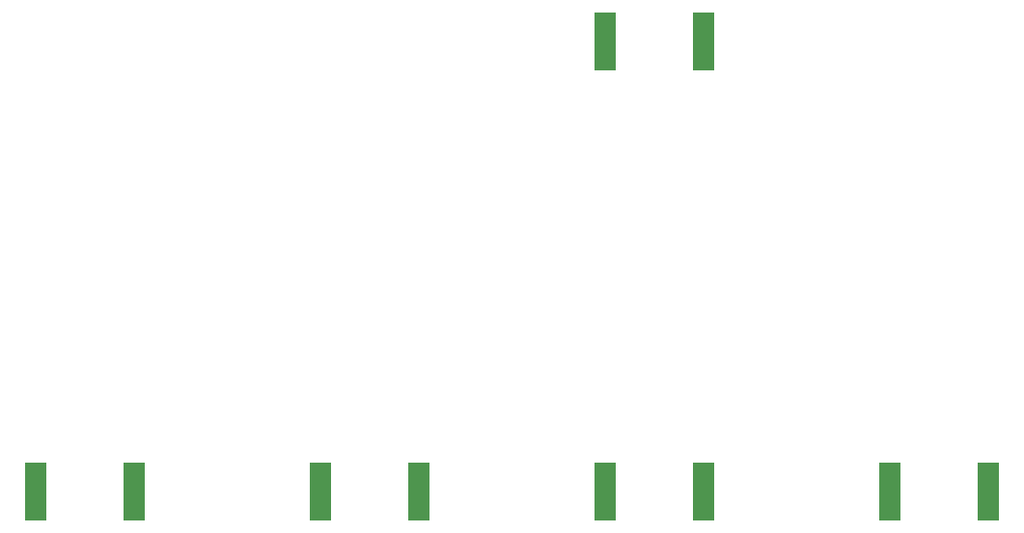
<source format=gbp>
G04*
G04 #@! TF.GenerationSoftware,Altium Limited,Altium Designer,26.1.1 (7)*
G04*
G04 Layer_Color=128*
%FSLAX44Y44*%
%MOMM*%
G71*
G04*
G04 #@! TF.SameCoordinates,A118C6E1-3479-42CE-8D72-1BDF69DDE12E*
G04*
G04*
G04 #@! TF.FilePolarity,Positive*
G04*
G01*
G75*
%ADD16R,1.9050X5.0800*%
D16*
X668180Y422500D02*
D03*
X581820D02*
D03*
X918180Y27500D02*
D03*
X831820D02*
D03*
X668180D02*
D03*
X581820D02*
D03*
X418180D02*
D03*
X331820D02*
D03*
X168180D02*
D03*
X81820D02*
D03*
M02*

</source>
